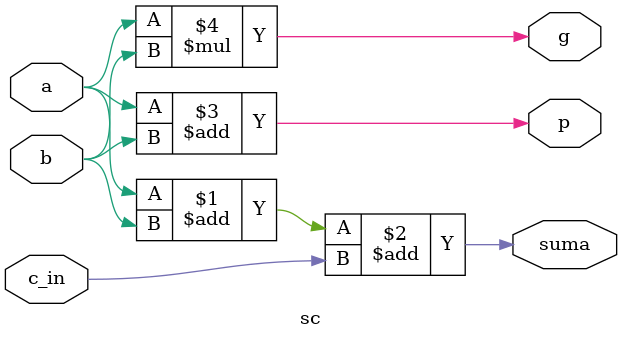
<source format=v>
`timescale 1ns / 1ps


module sc(a, b, c_in, p, g, suma);
    input a, b, c_in;
    output wire p, g, suma;
    
    assign suma = a + b + c_in;
    assign p = a + b;
    assign g = a * b;
endmodule

</source>
